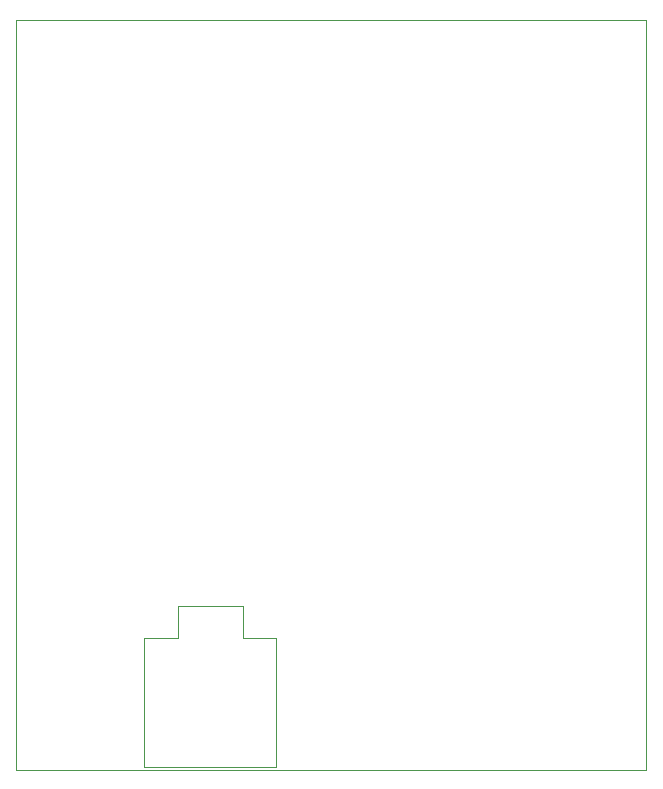
<source format=gbr>
%TF.GenerationSoftware,KiCad,Pcbnew,7.0.7*%
%TF.CreationDate,2023-10-17T22:09:54-05:00*%
%TF.ProjectId,Heater_South_DCT_HSK,48656174-6572-45f5-936f-7574685f4443,rev?*%
%TF.SameCoordinates,Original*%
%TF.FileFunction,Other,User*%
%FSLAX46Y46*%
G04 Gerber Fmt 4.6, Leading zero omitted, Abs format (unit mm)*
G04 Created by KiCad (PCBNEW 7.0.7) date 2023-10-17 22:09:54*
%MOMM*%
%LPD*%
G01*
G04 APERTURE LIST*
%ADD10C,0.050000*%
%TA.AperFunction,Profile*%
%ADD11C,0.100000*%
%TD*%
G04 APERTURE END LIST*
D10*
%TO.C,J4*%
X112420000Y-103190000D02*
X112420000Y-114100000D01*
X112420000Y-114100000D02*
X123580000Y-114100000D01*
X115250000Y-100430000D02*
X115250000Y-103190000D01*
X115250000Y-103190000D02*
X112420000Y-103190000D01*
X120750000Y-100430000D02*
X115250000Y-100430000D01*
X120750000Y-103190000D02*
X120750000Y-100430000D01*
X123580000Y-103190000D02*
X120750000Y-103190000D01*
X123580000Y-114100000D02*
X123580000Y-103190000D01*
%TD*%
D11*
X101600000Y-50800000D02*
X154940000Y-50800000D01*
X154940000Y-114300000D01*
X101600000Y-114300000D01*
X101600000Y-50800000D01*
M02*

</source>
